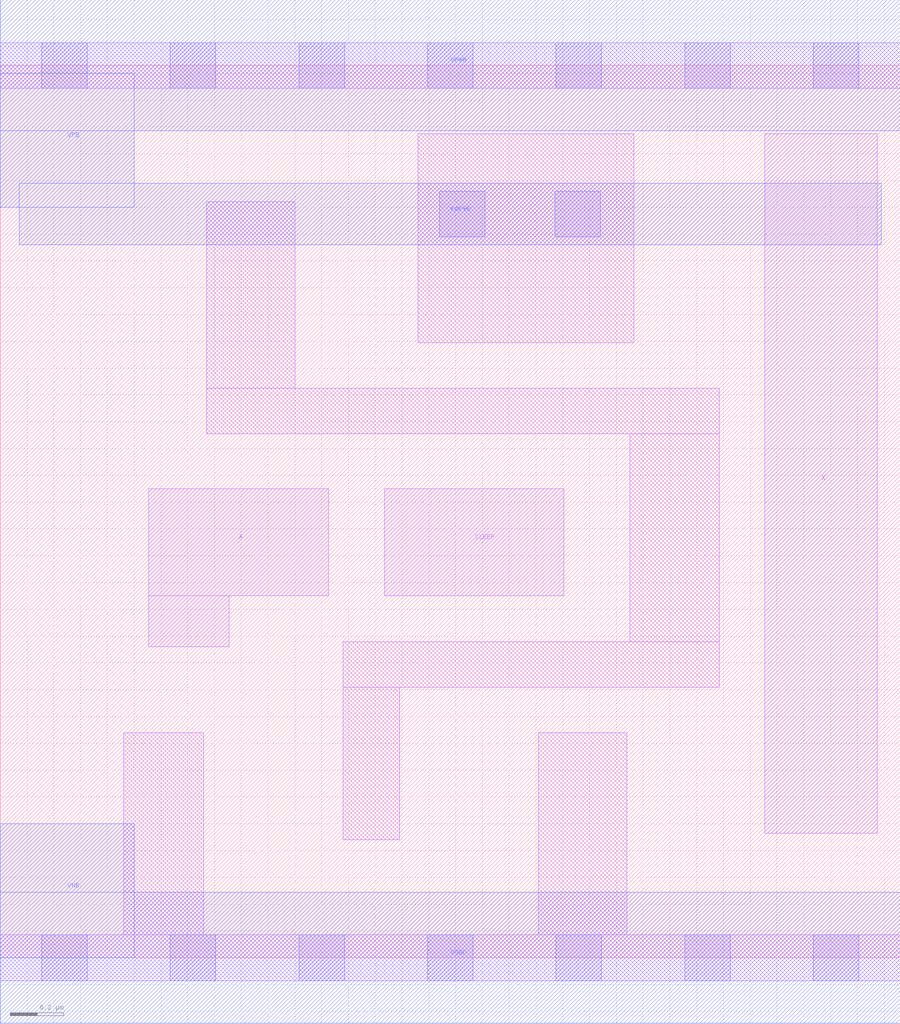
<source format=lef>
# Copyright 2020 The SkyWater PDK Authors
#
# Licensed under the Apache License, Version 2.0 (the "License");
# you may not use this file except in compliance with the License.
# You may obtain a copy of the License at
#
#     https://www.apache.org/licenses/LICENSE-2.0
#
# Unless required by applicable law or agreed to in writing, software
# distributed under the License is distributed on an "AS IS" BASIS,
# WITHOUT WARRANTIES OR CONDITIONS OF ANY KIND, either express or implied.
# See the License for the specific language governing permissions and
# limitations under the License.
#
# SPDX-License-Identifier: Apache-2.0

VERSION 5.5 ;
NAMESCASESENSITIVE ON ;
BUSBITCHARS "[]" ;
DIVIDERCHAR "/" ;
MACRO sky130_fd_sc_lp__iso1p_lp
  CLASS CORE ;
  SOURCE USER ;
  ORIGIN  0.000000  0.000000 ;
  SIZE  3.360000 BY  3.330000 ;
  SYMMETRY X Y R90 ;
  SITE unit ;
  PIN A
    ANTENNAGATEAREA  0.189000 ;
    DIRECTION INPUT ;
    USE SIGNAL ;
    PORT
      LAYER li1 ;
        RECT 0.555000 1.160000 0.855000 1.350000 ;
        RECT 0.555000 1.350000 1.225000 1.750000 ;
    END
  END A
  PIN SLEEP
    ANTENNAGATEAREA  0.189000 ;
    DIRECTION INPUT ;
    USE SIGNAL ;
    PORT
      LAYER li1 ;
        RECT 1.435000 1.350000 2.105000 1.750000 ;
    END
  END SLEEP
  PIN X
    ANTENNADIFFAREA  0.445200 ;
    DIRECTION OUTPUT ;
    USE SIGNAL ;
    PORT
      LAYER li1 ;
        RECT 2.855000 0.465000 3.275000 3.075000 ;
    END
  END X
  PIN KAPWR
    ANTENNADIFFAREA  0.529200 ;
    DIRECTION INOUT ;
    USE POWER ;
    PORT
      LAYER met1 ;
        RECT 0.070000 2.660000 3.290000 2.890000 ;
    END
  END KAPWR
  PIN VGND
    DIRECTION INOUT ;
    USE GROUND ;
    PORT
      LAYER met1 ;
        RECT 0.000000 -0.245000 3.360000 0.245000 ;
    END
  END VGND
  PIN VNB
    DIRECTION INOUT ;
    USE GROUND ;
    PORT
    END
  END VNB
  PIN VPB
    DIRECTION INOUT ;
    USE POWER ;
    PORT
    END
  END VPB
  PIN VNB
    DIRECTION INOUT ;
    USE GROUND ;
    PORT
      LAYER met1 ;
        RECT 0.000000 0.000000 0.500000 0.500000 ;
    END
  END VNB
  PIN VPB
    DIRECTION INOUT ;
    USE POWER ;
    PORT
      LAYER met1 ;
        RECT 0.000000 2.800000 0.500000 3.300000 ;
    END
  END VPB
  PIN VPWR
    DIRECTION INOUT ;
    USE POWER ;
    PORT
      LAYER met1 ;
        RECT 0.000000 3.085000 3.360000 3.575000 ;
    END
  END VPWR
  OBS
    LAYER li1 ;
      RECT 0.000000 -0.085000 3.360000 0.085000 ;
      RECT 0.000000  3.245000 3.360000 3.415000 ;
      RECT 0.460000  0.085000 0.760000 0.840000 ;
      RECT 0.770000  1.955000 2.685000 2.125000 ;
      RECT 0.770000  2.125000 1.100000 2.820000 ;
      RECT 1.280000  0.440000 1.490000 1.010000 ;
      RECT 1.280000  1.010000 2.685000 1.180000 ;
      RECT 1.560000  2.295000 2.365000 3.075000 ;
      RECT 2.010000  0.085000 2.340000 0.840000 ;
      RECT 2.350000  1.180000 2.685000 1.955000 ;
    LAYER mcon ;
      RECT 0.155000 -0.085000 0.325000 0.085000 ;
      RECT 0.155000  3.245000 0.325000 3.415000 ;
      RECT 0.635000 -0.085000 0.805000 0.085000 ;
      RECT 0.635000  3.245000 0.805000 3.415000 ;
      RECT 1.115000 -0.085000 1.285000 0.085000 ;
      RECT 1.115000  3.245000 1.285000 3.415000 ;
      RECT 1.595000 -0.085000 1.765000 0.085000 ;
      RECT 1.595000  3.245000 1.765000 3.415000 ;
      RECT 1.640000  2.690000 1.810000 2.860000 ;
      RECT 2.070000  2.690000 2.240000 2.860000 ;
      RECT 2.075000 -0.085000 2.245000 0.085000 ;
      RECT 2.075000  3.245000 2.245000 3.415000 ;
      RECT 2.555000 -0.085000 2.725000 0.085000 ;
      RECT 2.555000  3.245000 2.725000 3.415000 ;
      RECT 3.035000 -0.085000 3.205000 0.085000 ;
      RECT 3.035000  3.245000 3.205000 3.415000 ;
  END
END sky130_fd_sc_lp__iso1p_lp
END LIBRARY

</source>
